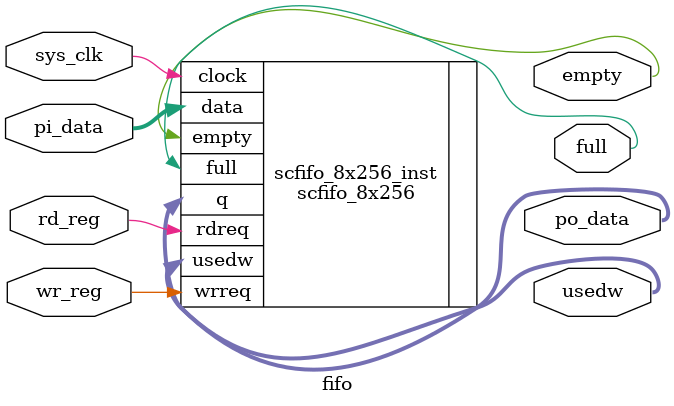
<source format=v>
module  fifo
(
    input   wire            sys_clk     ,
    input   wire            wr_reg      ,
    input   wire            rd_reg      ,
    input   wire    [7:0]   pi_data     ,

    output  wire            full        ,      
    output  wire            empty       ,      
    output  wire    [7:0]   usedw       ,      
    output  wire    [7:0]   po_data           

);


scfifo_8x256	scfifo_8x256_inst 
(
	.clock ( sys_clk   ),
	.data  ( pi_data   ),
	.rdreq ( rd_reg    ),
	.wrreq ( wr_reg    ),
	.empty ( empty     ),
	.full  ( full      ),
	.q     ( po_data   ),
	.usedw ( usedw     )
);


endmodule
</source>
